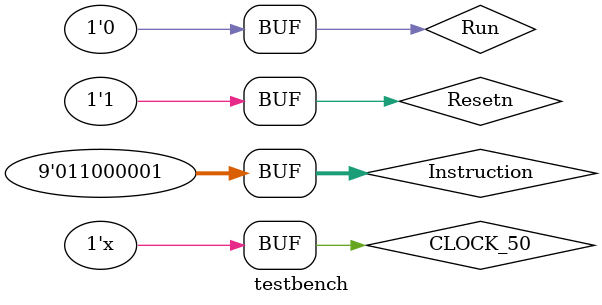
<source format=v>
`timescale 1ns / 1ps

module testbench ( );

	parameter CLOCK_PERIOD = 20;

	reg [8:0] Instruction;
	reg Run;
	wire Done;
	wire [8:0] BusWires;

	reg CLOCK_50;
	initial begin
		CLOCK_50 <= 1'b0;
	end // initial
	always @ (*)
	begin : Clock_Generator
		#((CLOCK_PERIOD) / 2) CLOCK_50 <= ~CLOCK_50;
	end
	
	reg Resetn;
	initial begin
		Resetn <= 1'b0;
		#20 Resetn <= 1'b1;
	end // initial

	initial begin
				Run	<= 1'b0;	Instruction	<= 9'b000000000;	//move from register 0 to register 0
		#20	Run	<= 1'b1; Instruction	<= 9'b001000000;	//mvi value 23 to register 0
		#20	Run	<= 1'b0; Instruction	<= 9'b000010111;	
		#20	Run	<= 1'b1; Instruction	<= 9'b001001000;	// mvi 
		#20	Run	<= 1'b0; Instruction	<= 9'b000000100; // value of 4 to register 1
		#20	Run	<= 1'b1; Instruction	<= 9'b010000001;  //value in register 0 = 27
		#20	Run	<= 1'b0;
		#60	Run	<= 1'b1; Instruction	<= 9'b010000001;  // value in register 0 = 31
		#20	Run	<= 1'b0;
		#60	Run 	<=1'b1; Instruction <= 9'b010000001;  //value in register 0 = 35
		#20	Run 	<=1'b0;
		#60	Run 	<= 1'b1; Instruction <= 9'b001001000;   //mvi
		#20	Run	<=1'b0; Instruction <= 9'b000000101;  // value of 5 to register 1
		#20	Run	<=1'b1; Instruction <= 9'b011000001; //value in register 0 = 30
		#20	Run	<=1'b0;
	end // initial

	processor9 U1 (CLOCK_50, Resetn, Run, Instruction, Done, BusWires);

endmodule

</source>
